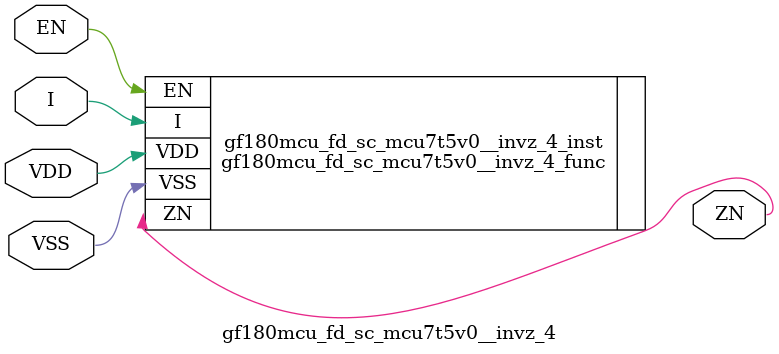
<source format=v>

module gf180mcu_fd_sc_mcu7t5v0__invz_4( EN, I, ZN, VDD, VSS );
input EN, I;
inout VDD, VSS;
output ZN;

   `ifdef FUNCTIONAL  //  functional //

	gf180mcu_fd_sc_mcu7t5v0__invz_4_func gf180mcu_fd_sc_mcu7t5v0__invz_4_behav_inst(.EN(EN),.I(I),.ZN(ZN),.VDD(VDD),.VSS(VSS));

   `else

	gf180mcu_fd_sc_mcu7t5v0__invz_4_func gf180mcu_fd_sc_mcu7t5v0__invz_4_inst(.EN(EN),.I(I),.ZN(ZN),.VDD(VDD),.VSS(VSS));

	// spec_gates_begin


	// spec_gates_end



   specify

	// specify_block_begin

	// comb arc EN --> ZN
	 (EN => ZN) = (1.0,1.0);

	// comb arc I --> ZN
	 (I => ZN) = (1.0,1.0);

	// specify_block_end

   endspecify

   `endif

endmodule

</source>
